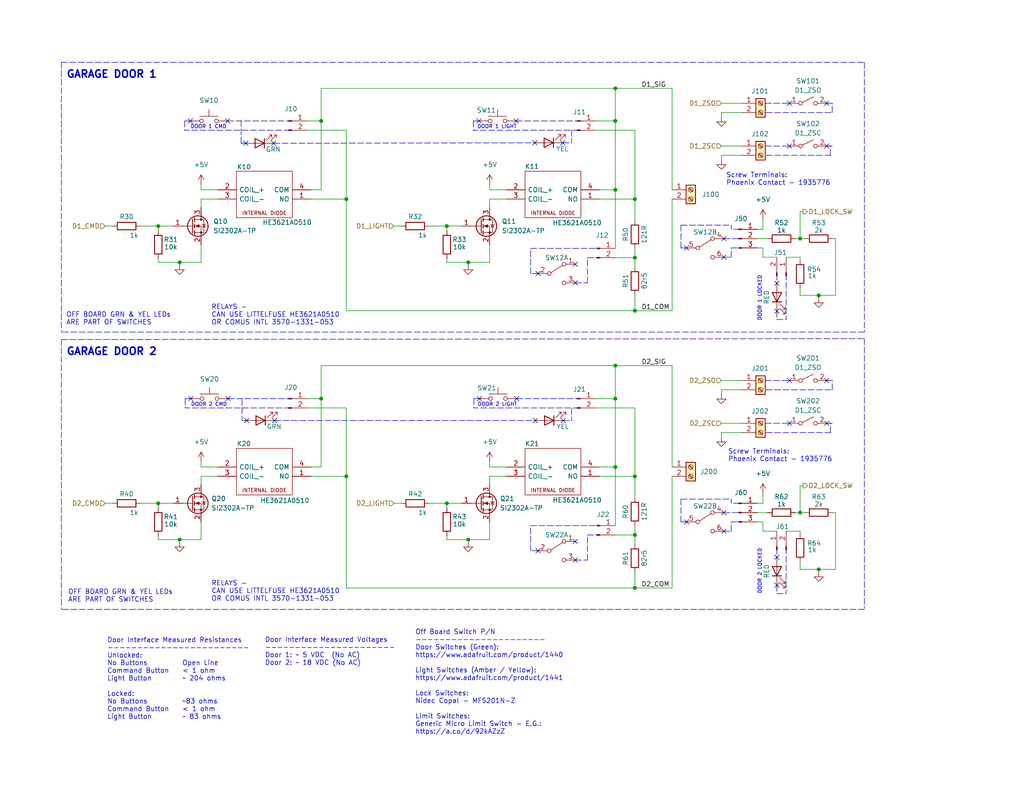
<source format=kicad_sch>
(kicad_sch (version 20211123) (generator eeschema)
  (paper "USLetter")
  (title_block (title "Garage Door Circuits") (date "2022-11-20") (rev "1.0"))
  (lib_symbols
    (symbol "Connector:Conn_01x02_Male" (pin_names (offset 1.016) hide)
      (property "Reference" "J" (at 0 2.54 0))
      (property "Value" "Conn_01x02_Male" (at 0 -5.08 0))
      (symbol "Conn_01x02_Male_1_1"
        (polyline (pts (xy 1.27 -2.54) (xy 0.8636 -2.54)) (stroke (width 0.1524)))
        (polyline (pts (xy 1.27 0) (xy 0.8636 0)) (stroke (width 0.1524)))
        (rectangle (start 0.8636 -2.413) (end 0 -2.667) (stroke (width 0.1524)) (fill (type outline)))
        (rectangle (start 0.8636 0.127) (end 0 -0.127) (stroke (width 0.1524)) (fill (type outline)))
        (pin passive line (at 5.08 0 180) (length 3.81) (name "Pin_1") (number "1"))
        (pin passive line (at 5.08 -2.54 180) (length 3.81) (name "Pin_2") (number "2"))
      )
    )
    (symbol "Connector:Conn_01x03_Male" (pin_names (offset 1.016) hide)
      (property "Reference" "J" (at 0 5.08 0))
      (property "Value" "Conn_01x03_Male" (at 0 -5.08 0))
      (symbol "Conn_01x03_Male_1_1"
        (polyline (pts (xy 1.27 -2.54) (xy 0.8636 -2.54)) (stroke (width 0.1524)))
        (polyline (pts (xy 1.27 0) (xy 0.8636 0)) (stroke (width 0.1524)))
        (polyline (pts (xy 1.27 2.54) (xy 0.8636 2.54)) (stroke (width 0.1524)))
        (rectangle (start 0.8636 -2.413) (end 0 -2.667) (stroke (width 0.1524)) (fill (type outline)))
        (rectangle (start 0.8636 0.127) (end 0 -0.127) (stroke (width 0.1524)) (fill (type outline)))
        (rectangle (start 0.8636 2.667) (end 0 2.413) (stroke (width 0.1524)) (fill (type outline)))
        (pin passive line (at 5.08 2.54 180) (length 3.81) (name "Pin_1") (number "1"))
        (pin passive line (at 5.08 0 180) (length 3.81) (name "Pin_2") (number "2"))
        (pin passive line (at 5.08 -2.54 180) (length 3.81) (name "Pin_3") (number "3"))
      )
    )
    (symbol "Connector:Screw_Terminal_01x02" (pin_names (offset 1.016) hide)
      (property "Reference" "J" (at 0 2.54 0))
      (property "Value" "Screw_Terminal_01x02" (at 0 -5.08 0))
      (symbol "Screw_Terminal_01x02_1_1"
        (rectangle (start -1.27 1.27) (end 1.27 -3.81) (stroke (width 0.254)) (fill (type background)))
        (circle (center 0 -2.54) (radius 0.635) (stroke (width 0.1524)))
        (polyline (pts (xy -0.5334 -2.2098) (xy 0.3302 -3.048)) (stroke (width 0.1524)))
        (polyline (pts (xy -0.5334 0.3302) (xy 0.3302 -0.508)) (stroke (width 0.1524)))
        (polyline (pts (xy -0.3556 -2.032) (xy 0.508 -2.8702)) (stroke (width 0.1524)))
        (polyline (pts (xy -0.3556 0.508) (xy 0.508 -0.3302)) (stroke (width 0.1524)))
        (circle (center 0 0) (radius 0.635) (stroke (width 0.1524)))
        (pin passive line (at -5.08 0 0) (length 3.81) (name "Pin_1") (number "1"))
        (pin passive line (at -5.08 -2.54 0) (length 3.81) (name "Pin_2") (number "2"))
      )
    )
    (symbol "Device:LED" (pin_numbers hide) (pin_names (offset 1.016) hide)
      (property "Reference" "D" (at 0 2.54 0))
      (property "Value" "LED" (at 0 -2.54 0))
      (symbol "LED_0_1"
        (polyline (pts (xy -1.27 -1.27) (xy -1.27 1.27)) (stroke (width 0.254)))
        (polyline (pts (xy -1.27 0) (xy 1.27 0)))
        (polyline (pts (xy 1.27 -1.27) (xy 1.27 1.27) (xy -1.27 0) (xy 1.27 -1.27)) (stroke (width 0.254)))
        (polyline (pts (xy -3.048 -0.762) (xy -4.572 -2.286) (xy -3.81 -2.286) (xy -4.572 -2.286) (xy -4.572 -1.524)))
        (polyline (pts (xy -1.778 -0.762) (xy -3.302 -2.286) (xy -2.54 -2.286) (xy -3.302 -2.286) (xy -3.302 -1.524)))
      )
      (symbol "LED_1_1"
        (pin passive line (at -3.81 0 0) (length 2.54) (name "K") (number "1"))
        (pin passive line (at 3.81 0 180) (length 2.54) (name "A") (number "2"))
      )
    )
    (symbol "Device:Q_NMOS_GSD" (pin_names (offset 0) hide)
      (property "Reference" "Q" (at 5.08 1.27 0))
      (property "Value" "Q_NMOS_GSD" (at 5.08 -1.27 0))
      (symbol "Q_NMOS_GSD_0_1"
        (polyline (pts (xy 0.254 0) (xy -2.54 0)))
        (polyline (pts (xy 0.254 1.905) (xy 0.254 -1.905)) (stroke (width 0.254)))
        (polyline (pts (xy 0.762 -1.27) (xy 0.762 -2.286)) (stroke (width 0.254)))
        (polyline (pts (xy 0.762 0.508) (xy 0.762 -0.508)) (stroke (width 0.254)))
        (polyline (pts (xy 0.762 2.286) (xy 0.762 1.27)) (stroke (width 0.254)))
        (polyline (pts (xy 2.54 2.54) (xy 2.54 1.778)))
        (polyline (pts (xy 2.54 -2.54) (xy 2.54 0) (xy 0.762 0)))
        (polyline (pts (xy 0.762 -1.778) (xy 3.302 -1.778) (xy 3.302 1.778) (xy 0.762 1.778)))
        (polyline (pts (xy 1.016 0) (xy 2.032 0.381) (xy 2.032 -0.381) (xy 1.016 0)) (fill (type outline)))
        (polyline (pts (xy 2.794 0.508) (xy 2.921 0.381) (xy 3.683 0.381) (xy 3.81 0.254)))
        (polyline (pts (xy 3.302 0.381) (xy 2.921 -0.254) (xy 3.683 -0.254) (xy 3.302 0.381)))
        (circle (center 1.651 0) (radius 2.794) (stroke (width 0.254)))
        (circle (center 2.54 -1.778) (radius 0.254) (fill (type outline)))
        (circle (center 2.54 1.778) (radius 0.254) (fill (type outline)))
      )
      (symbol "Q_NMOS_GSD_1_1"
        (pin input line (at -5.08 0 0) (length 2.54) (name "G") (number "1"))
        (pin passive line (at 2.54 -5.08 90) (length 2.54) (name "S") (number "2"))
        (pin passive line (at 2.54 5.08 270) (length 2.54) (name "D") (number "3"))
      )
    )
    (symbol "Device:R" (pin_numbers hide) (pin_names (offset 0))
      (property "Reference" "R" (at 2.032 0 90))
      (property "Value" "R" (at 0 0 90))
      (symbol "R_0_1"
        (rectangle (start -1.016 -2.54) (end 1.016 2.54) (stroke (width 0.254)))
      )
      (symbol "R_1_1"
        (pin passive line (at 0 3.81 270) (length 1.27) (name "~") (number "1"))
        (pin passive line (at 0 -3.81 90) (length 1.27) (name "~") (number "2"))
      )
    )
    (symbol "HE3621A0510_1" (pin_names (offset 0.762))
      (property "Reference" "K10" (at 5.08 6.3501 0))
      (property "Value" "HE3621A0510" (at 5.08 3.8101 0))
      (symbol "HE3621A0510_1_0_0"
        (text "INTERNAL DIODE" (at 12.7 -8.89 0) (effects (font (size 1 1))))
        (pin passive line (at 25.4 -5.08 180) (length 5.08) (name "NO") (number "1"))
        (pin passive line (at 0 -2.54 0) (length 5.08) (name "COIL_+") (number "2"))
        (pin passive line (at 0 -5.08 0) (length 5.08) (name "COIL_-") (number "3"))
        (pin passive line (at 25.4 -2.54 180) (length 5.08) (name "COM") (number "4"))
      )
      (symbol "HE3621A0510_1_0_1"
        (polyline (pts (xy 5.08 2.54) (xy 20.32 2.54) (xy 20.32 -10.16) (xy 5.08 -10.16) (xy 5.08 2.54)) (stroke (width 0.1524)))
      )
    )
    (symbol "HE3621A0510_2" (pin_names (offset 0.762))
      (property "Reference" "K11" (at 12.7 7.874 0))
      (property "Value" "HE3621A0510_2" (at 12.7 5.334 0))
      (symbol "HE3621A0510_2_0_0"
        (text "INTERNAL DIODE" (at 12.7 -8.89 0) (effects (font (size 1 1))))
        (pin passive line (at 25.4 -5.08 180) (length 5.08) (name "NO") (number "1"))
        (pin passive line (at 0 -2.54 0) (length 5.08) (name "COIL_+") (number "2"))
        (pin passive line (at 0 -5.08 0) (length 5.08) (name "COIL_-") (number "3"))
        (pin passive line (at 25.4 -2.54 180) (length 5.08) (name "COM") (number "4"))
      )
      (symbol "HE3621A0510_2_0_1"
        (polyline (pts (xy 5.08 2.54) (xy 20.32 2.54) (xy 20.32 -10.16) (xy 5.08 -10.16) (xy 5.08 2.54)) (stroke (width 0.1524)))
      )
    )
    (symbol "Switch:SW_DPDT_x2" (pin_names (offset 0) hide)
      (property "Reference" "SW" (at 0 4.318 0))
      (property "Value" "SW_DPDT_x2" (at 0 -5.08 0))
      (symbol "SW_DPDT_x2_0_0"
        (circle (center -2.032 0) (radius 0.508))
        (circle (center 2.032 -2.54) (radius 0.508))
      )
      (symbol "SW_DPDT_x2_0_1"
        (polyline (pts (xy -1.524 0.254) (xy 1.651 2.286)))
        (circle (center 2.032 2.54) (radius 0.508))
      )
      (symbol "SW_DPDT_x2_1_1"
        (pin passive line (at 5.08 2.54 180) (length 2.54) (name "A") (number "1"))
        (pin passive line (at -5.08 0 0) (length 2.54) (name "B") (number "2"))
        (pin passive line (at 5.08 -2.54 180) (length 2.54) (name "C") (number "3"))
      )
      (symbol "SW_DPDT_x2_2_1"
        (pin passive line (at 5.08 2.54 180) (length 2.54) (name "A") (number "4"))
        (pin passive line (at -5.08 0 0) (length 2.54) (name "B") (number "5"))
        (pin passive line (at 5.08 -2.54 180) (length 2.54) (name "C") (number "6"))
      )
    )
    (symbol "Switch:SW_Push" (pin_numbers hide) (pin_names (offset 1.016) hide)
      (property "Reference" "SW" (at 1.27 2.54 0))
      (property "Value" "SW_Push" (at 0 -1.524 0))
      (symbol "SW_Push_0_1"
        (circle (center -2.032 0) (radius 0.508))
        (polyline (pts (xy 0 1.27) (xy 0 3.048)))
        (polyline (pts (xy 2.54 1.27) (xy -2.54 1.27)))
        (circle (center 2.032 0) (radius 0.508))
        (pin passive line (at -5.08 0 0) (length 2.54) (name "1") (number "1"))
        (pin passive line (at 5.08 0 180) (length 2.54) (name "2") (number "2"))
      )
    )
    (symbol "Switch:SW_SPST" (pin_names (offset 0) hide)
      (property "Reference" "SW" (at 0 3.175 0))
      (property "Value" "SW_SPST" (at 0 -2.54 0))
      (symbol "SW_SPST_0_0"
        (circle (center -2.032 0) (radius 0.508))
        (polyline (pts (xy -1.524 0.254) (xy 1.524 1.778)))
        (circle (center 2.032 0) (radius 0.508))
      )
      (symbol "SW_SPST_1_1"
        (pin passive line (at -5.08 0 0) (length 2.54) (name "A") (number "1"))
        (pin passive line (at 5.08 0 180) (length 2.54) (name "B") (number "2"))
      )
    )
    (symbol "power:+5V" (power) (pin_names (offset 0))
      (property "Value" "+5V" (at 0 3.556 0))
      (symbol "+5V_0_1"
        (polyline (pts (xy -0.762 1.27) (xy 0 2.54)))
        (polyline (pts (xy 0 0) (xy 0 2.54)))
        (polyline (pts (xy 0 2.54) (xy 0.762 1.27)))
      )
      (symbol "+5V_1_1"
        (pin power_in line (at 0 0 90) (length 0) hide (name "+5V") (number "1"))
      )
    )
    (symbol "power:GND" (power) (pin_names (offset 0))
      (property "Value" "GND" (at 0 -3.81 0))
      (symbol "GND_0_1"
        (polyline (pts (xy 0 0) (xy 0 -1.27) (xy 1.27 -1.27) (xy 0 -2.54) (xy -1.27 -1.27) (xy 0 -1.27)))
      )
      (symbol "GND_1_1"
        (pin power_in line (at 0 0 270) (length 0) hide (name "GND") (number "1"))
      )
    )
  )
  (junction (at 94.488 54.356))
  (junction (at 121.92 61.722))
  (junction (at 43.18 61.722))
  (junction (at 173.228 146.05))
  (junction (at 43.18 137.414))
  (junction (at 87.63 108.839))
  (junction (at 173.228 130.048))
  (junction (at 167.894 127.508))
  (junction (at 223.393 155.448))
  (junction (at 218.313 139.954))
  (junction (at 167.894 24.13))
  (junction (at 173.228 160.528))
  (junction (at 167.894 108.839))
  (junction (at 121.92 137.414))
  (junction (at 167.894 99.822))
  (junction (at 127.762 71.628))
  (junction (at 49.022 147.32))
  (junction (at 173.228 54.356))
  (junction (at 49.022 71.628))
  (junction (at 223.393 80.645))
  (junction (at 173.228 70.358))
  (junction (at 127.762 147.32))
  (junction (at 167.894 33.02))
  (junction (at 173.228 84.836))
  (junction (at 218.313 65.151))
  (junction (at 167.894 51.816))
  (junction (at 94.488 130.048))
  (junction (at 87.63 33.02))
  (no_connect (at 130.81 108.839))
  (no_connect (at 146.812 150.368))
  (no_connect (at 146.05 114.808))
  (no_connect (at 156.972 152.908))
  (no_connect (at 215.392 28.194))
  (no_connect (at 225.552 28.194))
  (no_connect (at 153.543 38.989))
  (no_connect (at 145.923 38.989))
  (no_connect (at 153.67 114.808))
  (no_connect (at 156.972 147.828))
  (no_connect (at 156.972 72.136))
  (no_connect (at 156.972 77.216))
  (no_connect (at 146.812 74.676))
  (no_connect (at 225.552 39.878))
  (no_connect (at 62.23 108.839))
  (no_connect (at 74.93 114.808))
  (no_connect (at 67.056 39.116))
  (no_connect (at 51.943 33.02))
  (no_connect (at 140.97 108.839))
  (no_connect (at 211.963 159.766))
  (no_connect (at 211.963 152.146))
  (no_connect (at 215.392 39.878))
  (no_connect (at 215.392 115.57))
  (no_connect (at 225.552 103.886))
  (no_connect (at 67.31 114.808))
  (no_connect (at 211.963 84.963))
  (no_connect (at 225.552 115.57))
  (no_connect (at 187.325 142.494))
  (no_connect (at 197.485 139.954))
  (no_connect (at 197.485 145.034))
  (no_connect (at 187.325 67.691))
  (no_connect (at 197.485 65.151))
  (no_connect (at 197.485 70.231))
  (no_connect (at 215.392 103.886))
  (no_connect (at 74.676 39.116))
  (no_connect (at 211.963 77.343))
  (no_connect (at 140.843 33.02))
  (no_connect (at 130.683 33.02))
  (no_connect (at 52.07 108.839))
  (no_connect (at 62.103 33.02))
  (wire (pts (xy 196.85 103.886) (xy 202.438 103.886)))
  (polyline (pts (xy 197.485 65.151) (xy 202.057 65.151)))
  (wire (pts (xy 183.388 84.836) (xy 183.388 54.356)))
  (wire (pts (xy 196.85 106.426) (xy 196.85 107.696)))
  (wire (pts (xy 167.894 146.05) (xy 173.228 146.05)))
  (wire (pts (xy 49.022 71.628) (xy 54.864 71.628)))
  (polyline (pts (xy 16.764 92.71) (xy 16.764 166.37)))
  (polyline (pts (xy 160.274 70.358) (xy 163.322 70.358)))
  (polyline (pts (xy 225.552 115.57) (xy 227.076 115.57)))
  (wire (pts (xy 167.894 127.508) (xy 167.894 143.51)))
  (polyline (pts (xy 199.517 70.231) (xy 199.517 67.691)))
  (polyline (pts (xy 50.419 33.02) (xy 51.943 33.02)))
  (polyline (pts (xy 200.152 137.414) (xy 202.184 137.414)))
  (wire (pts (xy 202.438 30.734) (xy 196.85 30.734)))
  (wire (pts (xy 59.436 51.816) (xy 54.864 51.816)))
  (wire (pts (xy 206.629 65.151) (xy 209.423 65.151)))
  (wire (pts (xy 206.629 142.494) (xy 208.153 142.494)))
  (polyline (pts (xy 208.788 28.194) (xy 215.392 28.194)))
  (polyline (pts (xy 65.786 39.116) (xy 65.786 33.02)))
  (polyline (pts (xy 199.517 136.271) (xy 199.517 137.414)))
  (wire (pts (xy 163.576 130.048) (xy 173.228 130.048)))
  (wire (pts (xy 94.488 54.356) (xy 94.488 84.836)))
  (polyline (pts (xy 208.788 103.886) (xy 215.392 103.886)))
  (wire (pts (xy 28.702 137.414) (xy 30.734 137.414)))
  (polyline (pts (xy 187.325 142.494) (xy 185.801 142.494)))
  (wire (pts (xy 43.18 137.414) (xy 47.244 137.414)))
  (polyline (pts (xy 155.956 35.56) (xy 155.956 38.862)))
  (wire (pts (xy 196.85 39.878) (xy 202.438 39.878)))
  (wire (pts (xy 218.313 132.588) (xy 219.075 132.588)))
  (wire (pts (xy 183.388 24.13) (xy 183.388 51.816)))
  (wire (pts (xy 87.63 127.508) (xy 84.836 127.508)))
  (polyline (pts (xy 156.972 77.216) (xy 160.274 77.216)))
  (wire (pts (xy 217.043 65.151) (xy 218.313 65.151)))
  (wire (pts (xy 218.313 139.954) (xy 219.583 139.954)))
  (wire (pts (xy 223.393 80.645) (xy 227.965 80.645)))
  (polyline (pts (xy 50.546 108.839) (xy 52.07 108.839)))
  (polyline (pts (xy 153.67 114.808) (xy 156.083 114.808)))
  (polyline (pts (xy 199.517 61.468) (xy 199.517 62.611)))
  (polyline (pts (xy 235.839 166.37) (xy 16.764 166.37)))
  (wire (pts (xy 167.894 99.822) (xy 183.388 99.822)))
  (polyline (pts (xy 211.963 149.606) (xy 211.963 152.146)))
  (polyline (pts (xy 197.485 145.034) (xy 199.517 145.034)))
  (polyline (pts (xy 66.167 114.808) (xy 67.31 114.808)))
  (polyline (pts (xy 211.963 159.766) (xy 211.963 162.052)))
  (wire (pts (xy 133.604 51.816) (xy 133.604 50.292)))
  (wire (pts (xy 59.436 54.356) (xy 54.864 54.356)))
  (polyline (pts (xy 129.286 108.839) (xy 130.81 108.839)))
  (polyline (pts (xy 211.963 74.803) (xy 211.963 77.343)))
  (wire (pts (xy 138.176 127.508) (xy 133.604 127.508)))
  (wire (pts (xy 206.629 139.954) (xy 209.423 139.954)))
  (wire (pts (xy 162.56 111.379) (xy 173.228 111.379)))
  (polyline (pts (xy 185.801 61.468) (xy 199.517 61.468)))
  (polyline (pts (xy 209.042 30.734) (xy 227.076 30.734)))
  (wire (pts (xy 223.393 155.448) (xy 227.965 155.448)))
  (polyline (pts (xy 74.676 39.116) (xy 146.177 38.989)))
  (polyline (pts (xy 16.764 17.018) (xy 16.764 90.678)))
  (polyline (pts (xy 144.78 150.368) (xy 144.78 143.51)))
  (wire (pts (xy 208.153 70.231) (xy 211.963 70.231)))
  (polyline (pts (xy 129.159 35.56) (xy 129.286 35.56)))
  (wire (pts (xy 83.82 33.02) (xy 87.63 33.02)))
  (wire (pts (xy 163.576 54.356) (xy 173.228 54.356)))
  (wire (pts (xy 138.176 51.816) (xy 133.604 51.816)))
  (wire (pts (xy 87.63 24.13) (xy 167.894 24.13)))
  (polyline (pts (xy 79.121 35.56) (xy 50.419 35.56)))
  (wire (pts (xy 54.864 127.508) (xy 54.864 125.984)))
  (wire (pts (xy 196.85 30.734) (xy 196.85 32.004)))
  (wire (pts (xy 218.313 155.448) (xy 223.393 155.448)))
  (wire (pts (xy 59.436 130.048) (xy 54.864 130.048)))
  (polyline (pts (xy 209.042 118.11) (xy 227.076 118.11)))
  (polyline (pts (xy 226.568 42.418) (xy 226.568 39.878)))
  (wire (pts (xy 173.228 160.528) (xy 183.388 160.528)))
  (wire (pts (xy 49.022 71.628) (xy 49.022 72.39)))
  (wire (pts (xy 173.228 67.818) (xy 173.228 70.358)))
  (wire (pts (xy 173.228 130.048) (xy 173.228 135.89)))
  (polyline (pts (xy 62.103 33.02) (xy 78.867 33.02)))
  (polyline (pts (xy 144.78 67.818) (xy 163.322 67.818)))
  (wire (pts (xy 94.488 35.56) (xy 94.488 54.356)))
  (polyline (pts (xy 153.543 38.989) (xy 155.956 38.989)))
  (wire (pts (xy 87.63 99.822) (xy 167.894 99.822)))
  (wire (pts (xy 54.864 142.494) (xy 54.864 147.32)))
  (polyline (pts (xy 199.517 145.034) (xy 199.517 142.494)))
  (wire (pts (xy 107.442 137.414) (xy 109.474 137.414)))
  (wire (pts (xy 167.894 70.358) (xy 173.228 70.358)))
  (wire (pts (xy 87.63 108.839) (xy 87.63 127.508)))
  (wire (pts (xy 173.228 156.21) (xy 173.228 160.528)))
  (wire (pts (xy 218.313 145.034) (xy 218.313 145.796)))
  (wire (pts (xy 167.894 24.13) (xy 183.388 24.13)))
  (wire (pts (xy 133.604 66.802) (xy 133.604 71.628)))
  (polyline (pts (xy 235.839 92.456) (xy 235.839 166.116)))
  (wire (pts (xy 121.92 71.628) (xy 127.762 71.628)))
  (polyline (pts (xy 50.419 33.02) (xy 50.419 35.56)))
  (wire (pts (xy 214.503 70.231) (xy 218.313 70.231)))
  (wire (pts (xy 43.18 137.414) (xy 43.18 138.684)))
  (wire (pts (xy 121.92 137.414) (xy 125.984 137.414)))
  (polyline (pts (xy 144.78 143.51) (xy 163.322 143.51)))
  (wire (pts (xy 218.313 78.613) (xy 218.313 80.645)))
  (wire (pts (xy 173.228 146.05) (xy 173.228 148.59)))
  (polyline (pts (xy 16.764 92.71) (xy 235.839 92.456)))
  (wire (pts (xy 127.762 147.32) (xy 133.604 147.32)))
  (wire (pts (xy 94.488 130.048) (xy 94.488 160.528)))
  (wire (pts (xy 43.18 146.304) (xy 43.18 147.32)))
  (polyline (pts (xy 185.801 67.691) (xy 185.801 61.468)))
  (wire (pts (xy 173.228 35.56) (xy 173.228 54.356)))
  (wire (pts (xy 227.965 65.151) (xy 227.203 65.151)))
  (wire (pts (xy 217.043 139.954) (xy 218.313 139.954)))
  (polyline (pts (xy 235.839 90.678) (xy 16.764 90.678)))
  (wire (pts (xy 38.354 61.722) (xy 43.18 61.722)))
  (polyline (pts (xy 65.786 39.116) (xy 67.31 39.116)))
  (wire (pts (xy 127.762 71.628) (xy 133.604 71.628)))
  (wire (pts (xy 94.488 111.379) (xy 94.488 130.048)))
  (wire (pts (xy 173.228 84.836) (xy 183.388 84.836)))
  (wire (pts (xy 218.313 80.645) (xy 223.393 80.645)))
  (polyline (pts (xy 226.568 115.57) (xy 226.314 115.57)))
  (polyline (pts (xy 129.159 33.02) (xy 130.683 33.02)))
  (wire (pts (xy 162.56 108.839) (xy 167.894 108.839)))
  (polyline (pts (xy 66.04 108.966) (xy 66.04 114.808)))
  (wire (pts (xy 87.63 99.822) (xy 87.63 108.839)))
  (wire (pts (xy 196.85 118.11) (xy 196.85 119.38)))
  (wire (pts (xy 162.56 35.56) (xy 173.228 35.56)))
  (polyline (pts (xy 160.274 77.216) (xy 160.274 70.358)))
  (wire (pts (xy 133.604 56.642) (xy 133.604 54.356)))
  (wire (pts (xy 227.965 139.954) (xy 227.965 155.448)))
  (wire (pts (xy 138.176 130.048) (xy 133.604 130.048)))
  (wire (pts (xy 117.094 61.722) (xy 121.92 61.722)))
  (polyline (pts (xy 197.485 139.954) (xy 202.057 139.954)))
  (wire (pts (xy 218.313 139.954) (xy 218.313 132.588)))
  (polyline (pts (xy 160.274 152.908) (xy 160.274 146.05)))
  (wire (pts (xy 121.92 70.612) (xy 121.92 71.628)))
  (wire (pts (xy 206.629 137.414) (xy 208.153 137.414)))
  (polyline (pts (xy 227.076 106.426) (xy 227.076 103.886)))
  (polyline (pts (xy 157.861 35.56) (xy 129.159 35.56)))
  (wire (pts (xy 196.85 42.418) (xy 196.85 43.688)))
  (polyline (pts (xy 129.159 33.02) (xy 129.159 35.56)))
  (polyline (pts (xy 209.042 106.426) (xy 227.076 106.426)))
  (wire (pts (xy 133.604 130.048) (xy 133.604 132.334)))
  (polyline (pts (xy 156.972 152.908) (xy 160.274 152.908)))
  (wire (pts (xy 223.393 155.448) (xy 223.393 156.21)))
  (wire (pts (xy 83.82 35.56) (xy 94.488 35.56)))
  (wire (pts (xy 173.228 80.518) (xy 173.228 84.836)))
  (polyline (pts (xy 211.963 84.963) (xy 211.963 87.249)))
  (polyline (pts (xy 199.517 67.691) (xy 202.057 67.691)))
  (polyline (pts (xy 16.764 17.018) (xy 235.839 17.018)))
  (wire (pts (xy 43.18 71.628) (xy 49.022 71.628)))
  (polyline (pts (xy 146.812 74.676) (xy 144.78 74.676)))
  (wire (pts (xy 54.864 66.802) (xy 54.864 71.628)))
  (wire (pts (xy 54.864 54.356) (xy 54.864 56.642)))
  (polyline (pts (xy 235.839 17.018) (xy 235.839 90.678)))
  (polyline (pts (xy 226.568 39.878) (xy 226.314 39.878)))
  (wire (pts (xy 54.864 51.816) (xy 54.864 50.292)))
  (wire (pts (xy 218.313 65.151) (xy 219.583 65.151)))
  (wire (pts (xy 59.436 127.508) (xy 54.864 127.508)))
  (wire (pts (xy 28.702 61.722) (xy 30.734 61.722)))
  (wire (pts (xy 162.56 33.02) (xy 167.894 33.02)))
  (wire (pts (xy 223.393 80.645) (xy 223.393 81.407)))
  (wire (pts (xy 43.18 61.722) (xy 47.244 61.722)))
  (wire (pts (xy 87.63 33.02) (xy 87.63 51.816)))
  (wire (pts (xy 121.92 61.722) (xy 125.984 61.722)))
  (wire (pts (xy 163.576 51.816) (xy 167.894 51.816)))
  (polyline (pts (xy 211.963 162.052) (xy 214.503 162.052)))
  (wire (pts (xy 117.094 137.414) (xy 121.92 137.414)))
  (wire (pts (xy 167.894 51.816) (xy 167.894 67.818)))
  (polyline (pts (xy 185.801 136.271) (xy 199.517 136.271)))
  (wire (pts (xy 214.503 145.034) (xy 218.313 145.034)))
  (wire (pts (xy 163.576 127.508) (xy 167.894 127.508)))
  (polyline (pts (xy 79.248 111.379) (xy 50.546 111.379)))
  (wire (pts (xy 43.18 147.32) (xy 49.022 147.32)))
  (wire (pts (xy 87.63 51.816) (xy 84.836 51.816)))
  (wire (pts (xy 196.85 115.57) (xy 202.438 115.57)))
  (wire (pts (xy 43.18 70.612) (xy 43.18 71.628)))
  (wire (pts (xy 208.153 137.414) (xy 208.153 134.62)))
  (polyline (pts (xy 208.788 39.878) (xy 215.392 39.878)))
  (polyline (pts (xy 214.503 149.606) (xy 214.503 162.052)))
  (polyline (pts (xy 214.503 74.803) (xy 214.503 87.249)))
  (wire (pts (xy 196.85 28.194) (xy 202.438 28.194)))
  (polyline (pts (xy 197.485 70.231) (xy 199.517 70.231)))
  (polyline (pts (xy 208.788 115.57) (xy 215.392 115.57)))
  (polyline (pts (xy 227.076 30.734) (xy 227.076 28.194)))
  (wire (pts (xy 167.894 99.822) (xy 167.894 108.839)))
  (polyline (pts (xy 225.552 39.878) (xy 227.076 39.878)))
  (wire (pts (xy 227.965 139.954) (xy 227.203 139.954)))
  (wire (pts (xy 121.92 137.414) (xy 121.92 138.684)))
  (wire (pts (xy 54.864 130.048) (xy 54.864 132.334)))
  (wire (pts (xy 206.629 67.691) (xy 208.153 67.691)))
  (wire (pts (xy 133.604 142.494) (xy 133.604 147.32)))
  (wire (pts (xy 94.488 84.836) (xy 173.228 84.836)))
  (wire (pts (xy 84.836 54.356) (xy 94.488 54.356)))
  (polyline (pts (xy 200.152 62.611) (xy 202.184 62.611)))
  (polyline (pts (xy 187.325 67.691) (xy 185.801 67.691)))
  (wire (pts (xy 121.92 61.722) (xy 121.92 62.992)))
  (wire (pts (xy 121.92 146.304) (xy 121.92 147.32)))
  (wire (pts (xy 208.153 145.034) (xy 211.963 145.034)))
  (polyline (pts (xy 226.568 118.11) (xy 226.568 115.57)))
  (wire (pts (xy 173.228 54.356) (xy 173.228 60.198)))
  (wire (pts (xy 183.388 160.528) (xy 183.388 130.048)))
  (wire (pts (xy 49.022 147.32) (xy 54.864 147.32)))
  (polyline (pts (xy 211.963 87.249) (xy 214.503 87.249)))
  (wire (pts (xy 208.153 142.494) (xy 208.153 145.034)))
  (polyline (pts (xy 140.843 33.02) (xy 157.607 33.02)))
  (wire (pts (xy 167.894 33.02) (xy 167.894 51.816)))
  (polyline (pts (xy 74.93 114.808) (xy 146.304 114.808)))
  (wire (pts (xy 94.488 160.528) (xy 173.228 160.528)))
  (wire (pts (xy 218.313 153.416) (xy 218.313 155.448)))
  (wire (pts (xy 121.92 147.32) (xy 127.762 147.32)))
  (wire (pts (xy 183.388 99.822) (xy 183.388 127.508)))
  (wire (pts (xy 84.836 130.048) (xy 94.488 130.048)))
  (polyline (pts (xy 62.23 108.839) (xy 78.994 108.839)))
  (polyline (pts (xy 225.552 28.194) (xy 227.076 28.194)))
  (wire (pts (xy 49.022 147.32) (xy 49.022 148.082)))
  (polyline (pts (xy 50.419 35.56) (xy 50.546 35.56)))
  (wire (pts (xy 127.762 71.628) (xy 127.762 72.39)))
  (wire (pts (xy 173.228 111.379) (xy 173.228 130.048)))
  (wire (pts (xy 127.762 147.32) (xy 127.762 148.082)))
  (wire (pts (xy 133.604 54.356) (xy 138.176 54.356)))
  (polyline (pts (xy 129.286 108.839) (xy 129.286 111.379)))
  (wire (pts (xy 218.313 70.231) (xy 218.313 70.993)))
  (wire (pts (xy 167.894 24.13) (xy 167.894 33.02)))
  (polyline (pts (xy 50.546 108.839) (xy 50.546 111.379)))
  (wire (pts (xy 133.604 127.508) (xy 133.604 125.984)))
  (wire (pts (xy 173.228 143.51) (xy 173.228 146.05)))
  (polyline (pts (xy 129.286 111.379) (xy 129.413 111.379)))
  (wire (pts (xy 202.438 118.11) (xy 196.85 118.11)))
  (wire (pts (xy 83.82 111.379) (xy 94.488 111.379)))
  (polyline (pts (xy 157.988 111.379) (xy 129.286 111.379)))
  (wire (pts (xy 218.313 65.151) (xy 218.313 57.785)))
  (polyline (pts (xy 155.956 111.506) (xy 155.956 114.808)))
  (polyline (pts (xy 199.517 142.494) (xy 202.057 142.494)))
  (wire (pts (xy 167.894 108.839) (xy 167.894 127.508)))
  (wire (pts (xy 202.438 42.418) (xy 196.85 42.418)))
  (wire (pts (xy 173.228 70.358) (xy 173.228 72.898)))
  (polyline (pts (xy 144.78 74.676) (xy 144.78 67.818)))
  (polyline (pts (xy 225.552 103.886) (xy 227.076 103.886)))
  (polyline (pts (xy 160.274 146.05) (xy 163.322 146.05)))
  (polyline (pts (xy 209.042 42.418) (xy 227.076 42.418)))
  (wire (pts (xy 87.63 24.13) (xy 87.63 33.02)))
  (polyline (pts (xy 140.97 108.839) (xy 157.734 108.839)))
  (wire (pts (xy 208.153 67.691) (xy 208.153 70.231)))
  (polyline (pts (xy 146.812 150.368) (xy 144.78 150.368)))
  (wire (pts (xy 107.442 61.722) (xy 109.474 61.722)))
  (wire (pts (xy 43.18 61.722) (xy 43.18 62.992)))
  (polyline (pts (xy 50.546 111.379) (xy 50.673 111.379)))
  (wire (pts (xy 227.965 65.151) (xy 227.965 80.645)))
  (wire (pts (xy 218.313 57.785) (xy 219.075 57.785)))
  (wire (pts (xy 83.82 108.839) (xy 87.63 108.839)))
  (polyline (pts (xy 185.801 142.494) (xy 185.801 136.271)))
  (wire (pts (xy 202.438 106.426) (xy 196.85 106.426)))
  (wire (pts (xy 206.629 62.611) (xy 208.153 62.611)))
  (wire (pts (xy 208.153 62.611) (xy 208.153 59.817)))
  (wire (pts (xy 38.354 137.414) (xy 43.18 137.414)))
  (text "DOOR 1 CMD" (at 51.943 35.306 0) (effects (font (size 1 1)) (justify left bottom)))
  (text "GARAGE DOOR 2" (at 18.034 97.282 0) (effects (font (size 2 2) (thickness 0.4) bold) (justify left bottom)))
  (text "RELAYS - \nCAN USE LITTELFUSE HE3621A0510\nOR COMUS INTL 3570-1331-053" (at 57.658 88.9 0) (effects (font (size 1.3 1.3)) (justify left bottom)))
  (text "DOOR 2 LIGHT" (at 130.302 111.125 0) (effects (font (size 1 1)) (justify left bottom)))
  (text "Screw Terminals:\nPhoenix Contact - 1935776" (at 198.12 50.8 0) (effects (font (size 1.3 1.3)) (justify left bottom)))
  (text "Screw Terminals:\nPhoenix Contact - 1935776" (at 198.628 126.238 0) (effects (font (size 1.3 1.3)) (justify left bottom)))
  (text "DOOR 1 LOCKED" (at 207.899 87.757 90) (effects (font (size 1 1)) (justify left bottom)))
  (text "Door Interface Measured Resistances\n------------------------\nUnlocked:\nNo Buttons		Open Line\nCommand Button	< 1 ohm\nLight Button 	~ 204 ohms\n\nLocked:\nNo Buttons		~83 ohms\nCommand Button 	< 1 ohm\nLight Button 	~ 83 ohms\n" (at 29.21 196.596 0) (effects (font (size 1.3 1.3)) (justify left bottom)))
  (text "DOOR 2 CMD" (at 52.07 111.125 0) (effects (font (size 1 1)) (justify left bottom)))
  (text "Door Interface Measured Voltages\n----------------------\nDoor 1: ~ 5 VDC  (No AC)\nDoor 2: ~ 18 VDC (No AC)" (at 72.263 181.864 0) (effects (font (size 1.3 1.3)) (justify left bottom)))
  (text "DOOR 2 LOCKED" (at 207.899 162.306 90) (effects (font (size 1 1)) (justify left bottom)))
  (text "DOOR 1 LIGHT" (at 130.175 35.306 0) (effects (font (size 1 1)) (justify left bottom)))
  (text "GARAGE DOOR 1" (at 18.034 21.59 0) (effects (font (size 2 2) (thickness 0.4) bold) (justify left bottom)))
  (text "OFF BOARD GRN & YEL LEDs \nARE PART OF SWITCHES" (at 18.542 164.592 0) (effects (font (size 1.3 1.3)) (justify left bottom)))
  (text "Off Board Switch P/N\n----------------------\nDoor Switches (Green):\nhttps://www.adafruit.com/product/1440\n\nLight Switches (Amber / Yellow):\nhttps://www.adafruit.com/product/1441\n\nLock Switches:\nNidec Copal - MFS201N-Z\n\nLimit Switches:\nGeneric Micro Limit Switch - E.G.:\nhttps://a.co/d/92kAZzZ" (at 113.284 200.66 0) (effects (font (size 1.3 1.3)) (justify left bottom)))
  (text "OFF BOARD GRN & YEL LEDs \nARE PART OF SWITCHES" (at 18.034 88.9 0) (effects (font (size 1.3 1.3)) (justify left bottom)))
  (text "RELAYS - \nCAN USE LITTELFUSE HE3621A0510\nOR COMUS INTL 3570-1331-053" (at 57.658 164.338 0) (effects (font (size 1.3 1.3)) (justify left bottom)))
  (label "D2_COM" (at 175.006 160.528 0))
  (label "D1_SIG" (at 175.006 24.13 0))
  (label "D2_SIG" (at 175.006 99.822 0))
  (label "D1_COM" (at 175.006 84.836 0))
  (hierarchical_label "D2_LOCK_SW" (shape output) (at 219.075 132.588 0))
  (hierarchical_label "D1_CMD" (shape input) (at 28.702 61.722 180))
  (hierarchical_label "D2_LIGHT" (shape input) (at 107.442 137.414 180))
  (hierarchical_label "D2_CMD" (shape input) (at 28.702 137.414 180))
  (hierarchical_label "D1_ZSC" (shape input) (at 196.85 39.878 180))
  (hierarchical_label "D1_LOCK_SW" (shape output) (at 219.075 57.785 0))
  (hierarchical_label "D1_LIGHT" (shape input) (at 107.442 61.722 180))
  (hierarchical_label "D2_ZSC" (shape input) (at 196.85 115.57 180))
  (hierarchical_label "D1_ZSO" (shape input) (at 196.85 28.194 180))
  (hierarchical_label "D2_ZSO" (shape input) (at 196.85 103.886 180))
  (symbol (lib_id "Device:R") (at 121.92 142.494 0) (unit 1)
    (property "Reference" "R43" (at 125.349 141.097 0))
    (property "Value" "10k" (at 125.349 143.129 0))
    (property "Footprint" "Resistor_SMD:R_0603_1608Metric" (effects hide))
  )
  (symbol (lib_id "Device:R") (at 218.313 74.803 0) (unit 1)
    (property "Reference" "R54" (at 222.123 73.533 0))
    (property "Value" "1k" (at 221.615 75.311 0))
    (property "Footprint" "Resistor_SMD:R_0603_1608Metric" (effects hide))
  )
  (symbol (lib_id "Connector:Conn_01x02_Male") (at 78.74 108.839 0) (unit 1)
    (property "Reference" "J20" (at 79.375 105.791 0))
    (property "Value" "Conn_01x02_Male" (effects hide))
    (property "Footprint" "Connector_JST:JST_PH_B2B-PH-K_1x02_P2.00mm_Vertical" (effects hide))
  )
  (symbol (lib_id "Connector:Screw_Terminal_01x02") (at 207.518 103.886 0) (unit 1)
    (property "Reference" "J201" (at 204.978 100.584 0) (effects (justify left)))
    (property "Value" "1935776" (effects hide))
    (property "Footprint" "TerminalBlock_Phoenix:TerminalBlock_Phoenix_MKDS-1,5-2_1x02_P5.00mm_Horizontal" (effects hide))
    (property "MFG" "Phoenix Contact" (effects hide))
    (property "P/N" "1935776" (effects hide))
  )
  (symbol (lib_id "Connector:Screw_Terminal_01x02") (at 207.518 28.194 0) (unit 1)
    (property "Reference" "J101" (at 204.978 24.892 0) (effects (justify left)))
    (property "Value" "1935776" (effects hide))
    (property "Footprint" "TerminalBlock_Phoenix:TerminalBlock_Phoenix_MKDS-1,5-2_1x02_P5.00mm_Horizontal" (effects hide))
    (property "MFG" "Phoenix Contact" (effects hide))
    (property "P/N" "1935776" (effects hide))
  )
  (symbol (lib_id "Switch:SW_SPST") (at 220.472 28.194 0) (unit 1) (on_board no)
    (property "Reference" "SW101" (at 220.472 22.098 0))
    (property "Value" "D1_ZSO" (at 220.472 24.638 0))
  )
  (symbol (lib_id "power:+5V") (at 208.153 134.62 0) (unit 1)
    (property "Reference" "#PWR0129" (effects hide))
    (property "Value" "+5V" (at 208.153 129.286 0))
  )
  (symbol (lib_id "power:+5V") (at 54.864 125.984 0) (unit 1)
    (property "Reference" "#PWR08" (effects hide))
    (property "Value" "+5V" (at 54.864 120.65 0))
  )
  (symbol (lib_id "Device:LED") (at 211.963 155.956 90) (unit 1) (on_board no)
    (property "Reference" "D60" (effects hide))
    (property "Value" "RED" (at 209.169 155.956 0))
    (property "Footprint" "LED_THT:LED_D5.0mm" (effects hide))
  )
  (symbol (lib_id "Connector:Conn_01x02_Male") (at 211.963 150.114 90) (unit 1)
    (property "Reference" "J61" (at 211.709 143.764 90) (effects (justify right)))
    (property "Value" "Conn_01x02_Male" (effects hide))
    (property "Footprint" "Connector_JST:JST_PH_B2B-PH-K_1x02_P2.00mm_Vertical" (effects hide))
  )
  (symbol (lib_id "Switch:SW_DPDT_x2") (at 151.892 150.368 0) (unit 1) (on_board no)
    (property "Reference" "SW22" (at 151.892 146.05 0))
    (property "Value" "SW_DPDT_x2" (effects hide))
    (property "MFG" "Nidec Copal" (effects hide))
    (property "P/N" "MFS201N-Z" (effects hide))
  )
  (symbol (lib_id "power:GND") (at 223.393 81.407 0) (unit 1)
    (property "Reference" "#PWR019" (effects hide))
    (property "Value" "GND" (effects hide))
  )
  (symbol (lib_id "power:GND") (at 196.85 107.696 0) (unit 1)
    (property "Reference" "#PWR017" (effects hide))
    (property "Value" "GND" (effects hide))
  )
  (symbol (lib_id "power:GND") (at 223.393 156.21 0) (unit 1)
    (property "Reference" "#PWR020" (effects hide))
    (property "Value" "GND" (effects hide))
  )
  (symbol (lib_id "power:+5V") (at 54.864 50.292 0) (unit 1)
    (property "Reference" "#PWR07" (effects hide))
    (property "Value" "+5V" (at 54.864 44.958 0))
  )
  (symbol (lib_name "HE3621A0510_1") (lib_id "_USER_Relays:HE3621A0510") (at 59.436 49.276 0) (unit 1)
    (property "Reference" "K10" (at 64.643 45.593 0) (effects (justify left)))
    (property "Value" "HE3621A0510" (at 71.628 60.706 0) (effects (justify left)))
    (property "Footprint" "HE3621A0510" (effects hide))
    (property "Datasheet" "http://www.littelfuse.com/~/media/electronics/datasheets/reed_relays/littelfuse_reed_relays_he3600_datasheet.pdf.pdf" (effects hide))
    (property "Description" "SPNO Reed Relay, 5V dc" (effects hide))
    (property "Height" "7.87" (effects hide))
    (property "Manufacturer_Name" "LITTELFUSE" (effects hide))
    (property "Manufacturer_Part_Number" "HE3621A0510" (effects hide))
    (property "Mouser Part Number" "934-HE3621A0510" (effects hide))
    (property "Mouser Price/Stock" "https://www.mouser.co.uk/ProductDetail/Littelfuse/HE3621A0510?qs=X8LBAgEWIKIkp0Ec3qAsVw%3D%3D" (effects hide))
    (property "Arrow Part Number" "HE3621A0510" (effects hide))
    (property "Arrow Price/Stock" "https://www.arrow.com/en/products/he3621a0510/littelfuse?region=nac" (effects hide))
  )
  (symbol (lib_id "Device:LED") (at 71.12 114.808 180) (unit 1) (on_board no)
    (property "Reference" "D222" (effects hide))
    (property "Value" "GRN" (at 74.803 116.459 0))
    (property "Footprint" "LED_THT:LED_D5.0mm" (effects hide))
  )
  (symbol (lib_id "Device:R") (at 43.18 66.802 0) (unit 1)
    (property "Reference" "R31" (at 46.609 65.405 0))
    (property "Value" "10k" (at 46.609 67.437 0))
    (property "Footprint" "Resistor_SMD:R_0603_1608Metric" (effects hide))
  )
  (symbol (lib_id "Connector:Conn_01x03_Male") (at 201.549 139.954 0) (unit 1)
    (property "Reference" "J60" (at 202.184 134.493 0))
    (property "Value" "Conn_01x03_Male" (effects hide))
    (property "Footprint" "Connector_JST:JST_PH_B3B-PH-K_1x03_P2.00mm_Vertical" (effects hide))
  )
  (symbol (lib_id "Device:LED") (at 211.963 81.153 90) (unit 1) (on_board no)
    (property "Reference" "D50" (effects hide))
    (property "Value" "RED" (at 209.169 81.153 0))
    (property "Footprint" "LED_THT:LED_D5.0mm" (effects hide))
  )
  (symbol (lib_id "power:GND") (at 196.85 43.688 0) (unit 1)
    (property "Reference" "#PWR016" (effects hide))
    (property "Value" "GND" (effects hide))
  )
  (symbol (lib_id "Switch:SW_DPDT_x2") (at 192.405 142.494 0) (unit 2) (on_board no)
    (property "Reference" "SW22" (at 192.405 138.176 0))
    (property "Value" "SW_DPDT_x2" (effects hide))
    (property "MFG" "Nidec Copal" (effects hide))
    (property "P/N" "MFS201N-Z" (effects hide))
  )
  (symbol (lib_id "power:GND") (at 49.022 148.082 0) (unit 1)
    (property "Reference" "#PWR06" (effects hide))
    (property "Value" "GND" (effects hide))
  )
  (symbol (lib_name "HE3621A0510_2") (lib_id "_USER_Relays:HE3621A0510") (at 138.176 124.968 0) (unit 1)
    (property "Reference" "K21" (at 145.161 121.158 0))
    (property "Value" "HE3621A0510" (at 157.48 136.525 0))
    (property "Footprint" "HE3621A0510" (effects hide))
    (property "Datasheet" "http://www.littelfuse.com/~/media/electronics/datasheets/reed_relays/littelfuse_reed_relays_he3600_datasheet.pdf.pdf" (effects hide))
    (property "Description" "SPNO Reed Relay, 5V dc" (effects hide))
    (property "Height" "7.87" (effects hide))
    (property "Manufacturer_Name" "LITTELFUSE" (effects hide))
    (property "Manufacturer_Part_Number" "HE3621A0510" (effects hide))
    (property "Mouser Part Number" "934-HE3621A0510" (effects hide))
    (property "Mouser Price/Stock" "https://www.mouser.co.uk/ProductDetail/Littelfuse/HE3621A0510?qs=X8LBAgEWIKIkp0Ec3qAsVw%3D%3D" (effects hide))
    (property "Arrow Part Number" "HE3621A0510" (effects hide))
    (property "Arrow Price/Stock" "https://www.arrow.com/en/products/he3621a0510/littelfuse?region=nac" (effects hide))
  )
  (symbol (lib_id "Connector:Conn_01x02_Male") (at 162.814 143.51 0) (unit 1)
    (property "Reference" "J22" (at 166.37 140.462 0) (effects (justify right)))
    (property "Value" "Conn_01x02_Male" (effects hide))
    (property "Footprint" "Connector_JST:JST_PH_B2B-PH-K_1x02_P2.00mm_Vertical" (effects hide))
  )
  (symbol (lib_id "Switch:SW_Push") (at 57.023 33.02 0) (unit 1) (on_board no)
    (property "Reference" "SW10" (at 57.023 27.432 0))
    (property "Value" "SW_Push" (effects hide))
    (property "Footprint" "Button_Switch_SMD:SW_SPST_B3U-1000P" (effects hide))
    (property "MFG" "Adafruit" (effects hide))
    (property "P/N" "1440" (effects hide))
  )
  (symbol (lib_id "Device:LED") (at 70.866 39.116 180) (unit 1) (on_board no)
    (property "Reference" "D111" (effects hide))
    (property "Value" "GRN" (at 74.549 40.767 0))
    (property "Footprint" "LED_THT:LED_D5.0mm" (effects hide))
  )
  (symbol (lib_id "Device:R") (at 173.228 152.4 180) (unit 1)
    (property "Reference" "R61" (at 170.688 152.4 90))
    (property "Value" "82r5" (at 175.768 152.4 90))
    (property "Footprint" "Resistor_SMD:R_0603_1608Metric" (effects hide))
  )
  (symbol (lib_id "Connector:Conn_01x02_Male") (at 78.74 33.02 0) (unit 1)
    (property "Reference" "J10" (at 79.375 29.718 0))
    (property "Value" "Conn_01x02_Male" (effects hide))
    (property "Footprint" "Connector_JST:JST_PH_B2B-PH-K_1x02_P2.00mm_Vertical" (effects hide))
  )
  (symbol (lib_id "Switch:SW_SPST") (at 220.472 115.57 0) (unit 1) (on_board no)
    (property "Reference" "SW202" (at 220.472 109.474 0))
    (property "Value" "D1_ZSC" (at 220.472 112.014 0))
  )
  (symbol (lib_id "Device:R") (at 213.233 139.954 270) (mirror x) (unit 1)
    (property "Reference" "R62" (at 213.233 135.636 90))
    (property "Value" "1k" (at 213.233 137.668 90))
    (property "Footprint" "Resistor_SMD:R_0603_1608Metric" (effects hide))
  )
  (symbol (lib_id "power:GND") (at 196.85 32.004 0) (unit 1)
    (property "Reference" "#PWR015" (effects hide))
    (property "Value" "GND" (effects hide))
  )
  (symbol (lib_id "Device:R") (at 113.284 61.722 90) (unit 1)
    (property "Reference" "R32" (at 113.284 59.182 90))
    (property "Value" "1k" (at 115.316 64.262 90))
    (property "Footprint" "Resistor_SMD:R_0603_1608Metric" (effects hide))
  )
  (symbol (lib_id "Device:R") (at 218.313 149.606 0) (unit 1)
    (property "Reference" "R64" (at 222.123 148.336 0))
    (property "Value" "1k" (at 221.615 150.114 0))
    (property "Footprint" "Resistor_SMD:R_0603_1608Metric" (effects hide))
  )
  (symbol (lib_id "Switch:SW_SPST") (at 220.472 103.886 0) (unit 1) (on_board no)
    (property "Reference" "SW201" (at 220.472 97.79 0))
    (property "Value" "D1_ZSO" (at 220.472 100.33 0))
  )
  (symbol (lib_id "Device:R") (at 34.544 61.722 90) (unit 1)
    (property "Reference" "R30" (at 34.544 59.182 90))
    (property "Value" "1k" (at 36.576 64.262 90))
    (property "Footprint" "Resistor_SMD:R_0603_1608Metric" (effects hide))
  )
  (symbol (lib_id "power:+5V") (at 208.153 59.817 0) (unit 1)
    (property "Reference" "#PWR013" (effects hide))
    (property "Value" "+5V" (at 208.153 54.483 0))
  )
  (symbol (lib_id "power:+5V") (at 133.604 125.984 0) (unit 1)
    (property "Reference" "#PWR012" (effects hide))
    (property "Value" "+5V" (at 133.604 120.65 0))
  )
  (symbol (lib_id "Switch:SW_Push") (at 135.763 33.02 0) (unit 1) (on_board no)
    (property "Reference" "SW11" (at 132.715 30.099 0))
    (property "Value" "SW_Push" (effects hide))
    (property "Footprint" "Button_Switch_SMD:SW_SPST_B3U-1000P" (effects hide))
    (property "MFG" "Adafruit" (effects hide))
    (property "P/N" "1441" (effects hide))
  )
  (symbol (lib_id "Connector:Conn_01x02_Male") (at 157.48 108.839 0) (unit 1)
    (property "Reference" "J21" (at 158.115 106.299 0))
    (property "Value" "Conn_01x02_Male" (effects hide))
    (property "Footprint" "Connector_JST:JST_PH_B2B-PH-K_1x02_P2.00mm_Vertical" (effects hide))
  )
  (symbol (lib_id "Device:R") (at 43.18 142.494 0) (unit 1)
    (property "Reference" "R41" (at 46.609 141.097 0))
    (property "Value" "10k" (at 46.609 143.129 0))
    (property "Footprint" "Resistor_SMD:R_0603_1608Metric" (effects hide))
  )
  (symbol (lib_id "Device:R") (at 173.228 139.7 180) (unit 1)
    (property "Reference" "R60" (at 170.688 139.7 90))
    (property "Value" "121R" (at 175.768 139.7 90))
    (property "Footprint" "Resistor_SMD:R_0603_1608Metric" (effects hide))
  )
  (symbol (lib_id "Device:Q_NMOS_GSD") (at 131.064 137.414 0) (unit 1)
    (property "Reference" "Q21" (at 136.398 136.1439 0) (effects (justify left)))
    (property "Value" "SI2302A-TP" (at 136.398 138.6839 0) (effects (justify left)))
    (property "Footprint" "Package_TO_SOT_SMD:SOT-23" (effects hide))
    (property "MFG" "Micro Commercial" (effects hide))
    (property "P/N" "SI2302A-TP" (effects hide))
  )
  (symbol (lib_id "Device:R") (at 121.92 66.802 0) (unit 1)
    (property "Reference" "R33" (at 125.349 65.405 0))
    (property "Value" "10k" (at 125.349 67.437 0))
    (property "Footprint" "Resistor_SMD:R_0603_1608Metric" (effects hide))
  )
  (symbol (lib_id "Device:R") (at 223.393 139.954 270) (mirror x) (unit 1)
    (property "Reference" "R63" (at 223.393 135.636 90))
    (property "Value" "2k" (at 223.393 137.668 90))
    (property "Footprint" "Resistor_SMD:R_0603_1608Metric" (effects hide))
  )
  (symbol (lib_id "Connector:Screw_Terminal_01x02") (at 207.518 39.878 0) (unit 1)
    (property "Reference" "J102" (at 204.978 36.576 0) (effects (justify left)))
    (property "Value" "1935776" (effects hide))
    (property "Footprint" "TerminalBlock_Phoenix:TerminalBlock_Phoenix_MKDS-1,5-2_1x02_P5.00mm_Horizontal" (effects hide))
    (property "MFG" "Phoenix Contact" (effects hide))
    (property "P/N" "1935776" (effects hide))
  )
  (symbol (lib_id "Switch:SW_Push") (at 135.89 108.839 0) (unit 1) (on_board no)
    (property "Reference" "SW21" (at 132.842 105.918 0))
    (property "Value" "SW_Push" (effects hide))
    (property "Footprint" "Button_Switch_SMD:SW_SPST_B3U-1000P" (effects hide))
    (property "MFG" "Adafruit" (effects hide))
    (property "P/N" "1441" (effects hide))
  )
  (symbol (lib_id "Connector:Conn_01x02_Male") (at 157.48 33.02 0) (unit 1)
    (property "Reference" "J11" (at 158.115 30.607 0))
    (property "Value" "Conn_01x02_Male" (effects hide))
    (property "Footprint" "Connector_JST:JST_PH_B2B-PH-K_1x02_P2.00mm_Vertical" (effects hide))
  )
  (symbol (lib_id "power:GND") (at 49.022 72.39 0) (unit 1)
    (property "Reference" "#PWR05" (effects hide))
    (property "Value" "GND" (effects hide))
  )
  (symbol (lib_id "Device:R") (at 113.284 137.414 90) (unit 1)
    (property "Reference" "R42" (at 113.284 134.874 90))
    (property "Value" "1k" (at 115.316 139.954 90))
    (property "Footprint" "Resistor_SMD:R_0603_1608Metric" (effects hide))
  )
  (symbol (lib_id "power:GND") (at 196.85 119.38 0) (unit 1)
    (property "Reference" "#PWR018" (effects hide))
    (property "Value" "GND" (effects hide))
  )
  (symbol (lib_id "Device:Q_NMOS_GSD") (at 52.324 61.722 0) (unit 1)
    (property "Reference" "Q10" (at 58.166 60.4519 0) (effects (justify left)))
    (property "Value" "SI2302A-TP" (at 58.166 62.9919 0) (effects (justify left)))
    (property "Footprint" "Package_TO_SOT_SMD:SOT-23" (effects hide))
    (property "MFG" "Micro Commercial" (effects hide))
    (property "P/N`" "SI2302A-TP" (effects hide))
  )
  (symbol (lib_id "Device:R") (at 173.228 64.008 180) (unit 1)
    (property "Reference" "R50" (at 170.688 64.008 90))
    (property "Value" "121R" (at 175.768 64.008 90))
    (property "Footprint" "Resistor_SMD:R_0603_1608Metric" (effects hide))
  )
  (symbol (lib_name "HE3621A0510_1") (lib_id "_USER_Relays:HE3621A0510") (at 59.436 124.968 0) (unit 1)
    (property "Reference" "K20" (at 66.548 121.158 0))
    (property "Value" "HE3621A0510" (at 77.724 136.652 0))
    (property "Footprint" "HE3621A0510" (effects hide))
    (property "Datasheet" "http://www.littelfuse.com/~/media/electronics/datasheets/reed_relays/littelfuse_reed_relays_he3600_datasheet.pdf.pdf" (effects hide))
    (property "Description" "SPNO Reed Relay, 5V dc" (effects hide))
    (property "Height" "7.87" (effects hide))
    (property "Manufacturer_Name" "LITTELFUSE" (effects hide))
    (property "Manufacturer_Part_Number" "HE3621A0510" (effects hide))
    (property "Mouser Part Number" "934-HE3621A0510" (effects hide))
    (property "Mouser Price/Stock" "https://www.mouser.co.uk/ProductDetail/Littelfuse/HE3621A0510?qs=X8LBAgEWIKIkp0Ec3qAsVw%3D%3D" (effects hide))
    (property "Arrow Part Number" "HE3621A0510" (effects hide))
    (property "Arrow Price/Stock" "https://www.arrow.com/en/products/he3621a0510/littelfuse?region=nac" (effects hide))
  )
  (symbol (lib_name "HE3621A0510_2") (lib_id "_USER_Relays:HE3621A0510") (at 138.176 49.276 0) (unit 1)
    (property "Reference" "K11" (at 145.161 45.466 0))
    (property "Value" "HE3621A0510" (at 157.48 60.833 0))
    (property "Footprint" "HE3621A0510" (effects hide))
    (property "Datasheet" "http://www.littelfuse.com/~/media/electronics/datasheets/reed_relays/littelfuse_reed_relays_he3600_datasheet.pdf.pdf" (effects hide))
    (property "Description" "SPNO Reed Relay, 5V dc" (effects hide))
    (property "Height" "7.87" (effects hide))
    (property "Manufacturer_Name" "LITTELFUSE" (effects hide))
    (property "Manufacturer_Part_Number" "HE3621A0510" (effects hide))
    (property "Mouser Part Number" "934-HE3621A0510" (effects hide))
    (property "Mouser Price/Stock" "https://www.mouser.co.uk/ProductDetail/Littelfuse/HE3621A0510?qs=X8LBAgEWIKIkp0Ec3qAsVw%3D%3D" (effects hide))
    (property "Arrow Part Number" "HE3621A0510" (effects hide))
    (property "Arrow Price/Stock" "https://www.arrow.com/en/products/he3621a0510/littelfuse?region=nac" (effects hide))
  )
  (symbol (lib_id "power:+5V") (at 133.604 50.292 0) (unit 1)
    (property "Reference" "#PWR011" (effects hide))
    (property "Value" "+5V" (at 133.604 44.958 0))
  )
  (symbol (lib_id "Connector:Conn_01x02_Male") (at 214.503 75.311 270) (mirror x) (unit 1)
    (property "Reference" "J51" (at 214.757 68.961 90) (effects (justify right)))
    (property "Value" "Conn_01x02_Male" (effects hide))
    (property "Footprint" "Connector_JST:JST_PH_B2B-PH-K_1x02_P2.00mm_Vertical" (effects hide))
  )
  (symbol (lib_id "Device:LED") (at 149.86 114.808 180) (unit 1) (on_board no)
    (property "Reference" "D21" (effects hide))
    (property "Value" "YEL" (at 153.543 116.459 0))
    (property "Footprint" "LED_THT:LED_D5.0mm" (effects hide))
  )
  (symbol (lib_id "Device:R") (at 34.544 137.414 90) (unit 1)
    (property "Reference" "R40" (at 34.544 134.874 90))
    (property "Value" "1k" (at 36.576 139.954 90))
    (property "Footprint" "Resistor_SMD:R_0603_1608Metric" (effects hide))
  )
  (symbol (lib_id "power:GND") (at 127.762 72.39 0) (unit 1)
    (property "Reference" "#PWR09" (effects hide))
    (property "Value" "GND" (effects hide))
  )
  (symbol (lib_id "Device:LED") (at 149.733 38.989 180) (unit 1) (on_board no)
    (property "Reference" "D11" (effects hide))
    (property "Value" "YEL" (at 153.416 40.64 0))
    (property "Footprint" "LED_THT:LED_D5.0mm" (effects hide))
  )
  (symbol (lib_id "Connector:Screw_Terminal_01x02") (at 188.468 51.816 0) (unit 1)
    (property "Reference" "J100" (at 191.516 53.0859 0) (effects (justify left)))
    (property "Value" "1935776" (effects hide))
    (property "Footprint" "TerminalBlock_Phoenix:TerminalBlock_Phoenix_MKDS-1,5-2_1x02_P5.00mm_Horizontal" (effects hide))
    (property "MFG" "Phoenix Contact" (effects hide))
    (property "P/N" "1935776" (effects hide))
  )
  (symbol (lib_id "Connector:Conn_01x03_Male") (at 201.549 65.151 0) (unit 1)
    (property "Reference" "J50" (at 202.184 59.69 0))
    (property "Value" "Conn_01x03_Male" (effects hide))
    (property "Footprint" "Connector_JST:JST_PH_B3B-PH-K_1x03_P2.00mm_Vertical" (effects hide))
  )
  (symbol (lib_id "Switch:SW_DPDT_x2") (at 151.892 74.676 0) (unit 1) (on_board no)
    (property "Reference" "SW12" (at 151.892 70.358 0))
    (property "Value" "SW_DPDT_x2" (effects hide))
    (property "MFG" "Nidec Copal" (effects hide))
    (property "P/N" "MFS201N-Z" (effects hide))
  )
  (symbol (lib_id "Device:R") (at 213.233 65.151 270) (mirror x) (unit 1)
    (property "Reference" "R52" (at 213.233 60.833 90))
    (property "Value" "1k" (at 213.233 62.865 90))
    (property "Footprint" "Resistor_SMD:R_0603_1608Metric" (effects hide))
  )
  (symbol (lib_id "Device:Q_NMOS_GSD") (at 131.064 61.722 0) (unit 1)
    (property "Reference" "Q11" (at 136.906 60.4519 0) (effects (justify left)))
    (property "Value" "SI2302A-TP" (at 136.906 62.9919 0) (effects (justify left)))
    (property "Footprint" "Package_TO_SOT_SMD:SOT-23" (effects hide))
    (property "MFG" "Micro Commercial" (effects hide))
    (property "P/N" "SI2302A-TP" (effects hide))
  )
  (symbol (lib_id "Device:R") (at 173.228 76.708 180) (unit 1)
    (property "Reference" "R51" (at 170.688 76.708 90))
    (property "Value" "82r5" (at 175.768 76.708 90))
    (property "Footprint" "Resistor_SMD:R_0603_1608Metric" (effects hide))
  )
  (symbol (lib_id "Switch:SW_DPDT_x2") (at 192.405 67.691 0) (unit 2) (on_board no)
    (property "Reference" "SW12" (at 192.405 63.373 0))
    (property "Value" "SW_DPDT_x2" (effects hide))
    (property "MFG" "Nidec Copal" (effects hide))
    (property "P/N" "MFS201N-Z" (effects hide))
  )
  (symbol (lib_id "Switch:SW_SPST") (at 220.472 39.878 0) (unit 1) (on_board no)
    (property "Reference" "SW102" (at 220.472 33.782 0))
    (property "Value" "D1_ZSC" (at 220.472 36.322 0))
  )
  (symbol (lib_id "Device:Q_NMOS_GSD") (at 52.324 137.414 0) (unit 1)
    (property "Reference" "Q20" (at 57.658 136.1439 0) (effects (justify left)))
    (property "Value" "SI2302A-TP" (at 57.658 138.6839 0) (effects (justify left)))
    (property "Footprint" "Package_TO_SOT_SMD:SOT-23" (effects hide))
    (property "MFG" "Micro Commercial" (effects hide))
    (property "P/N" "SI2302A-TP" (effects hide))
  )
  (symbol (lib_id "Connector:Screw_Terminal_01x02") (at 207.518 115.57 0) (unit 1)
    (property "Reference" "J202" (at 204.978 112.268 0) (effects (justify left)))
    (property "Value" "1935776" (effects hide))
    (property "Footprint" "TerminalBlock_Phoenix:TerminalBlock_Phoenix_MKDS-1,5-2_1x02_P5.00mm_Horizontal" (effects hide))
    (property "MFG" "Phoenix Contact" (effects hide))
    (property "P/N" "1935776" (effects hide))
  )
  (symbol (lib_id "Connector:Conn_01x02_Male") (at 162.814 67.818 0) (unit 1)
    (property "Reference" "J12" (at 166.116 64.262 0) (effects (justify right)))
    (property "Value" "Conn_01x02_Male" (effects hide))
    (property "Footprint" "Connector_JST:JST_PH_B2B-PH-K_1x02_P2.00mm_Vertical" (effects hide))
  )
  (symbol (lib_id "Switch:SW_Push") (at 57.15 108.839 0) (unit 1) (on_board no)
    (property "Reference" "SW20" (at 57.15 103.505 0))
    (property "Value" "SW_Push" (effects hide))
    (property "Footprint" "Button_Switch_SMD:SW_SPST_B3U-1000P" (effects hide))
    (property "MFG" "Adafruit" (effects hide))
    (property "P/N" "1440" (effects hide))
  )
  (symbol (lib_id "power:GND") (at 127.762 148.082 0) (unit 1)
    (property "Reference" "#PWR010" (effects hide))
    (property "Value" "GND" (effects hide))
  )
  (symbol (lib_id "Device:R") (at 223.393 65.151 270) (mirror x) (unit 1)
    (property "Reference" "R53" (at 223.393 60.833 90))
    (property "Value" "2k" (at 223.393 62.865 90))
    (property "Footprint" "Resistor_SMD:R_0603_1608Metric" (effects hide))
  )
  (symbol (lib_id "Connector:Screw_Terminal_01x02") (at 188.468 127.508 0) (unit 1)
    (property "Reference" "J200" (at 191.008 128.7779 0) (effects (justify left)))
    (property "Value" "1935776" (effects hide))
    (property "Footprint" "TerminalBlock_Phoenix:TerminalBlock_Phoenix_MKDS-1,5-2_1x02_P5.00mm_Horizontal" (effects hide))
    (property "MFG" "Phoenix Contact" (effects hide))
    (property "P/N" "1935776" (effects hide))
  )
)
</source>
